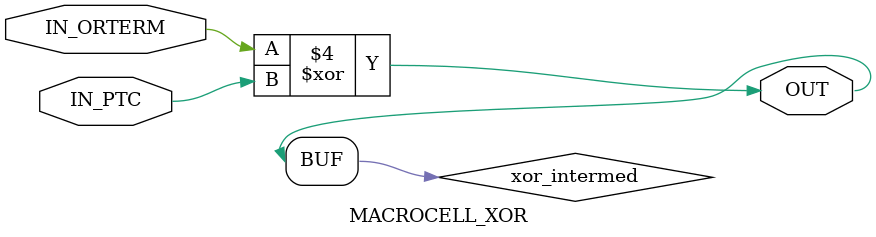
<source format=v>
module IBUF(input I, output O);
    assign O = I;
endmodule

module IOBUFE(input I, input E, output O, inout IO);
    assign O = IO;
    assign IO = E ? I : 1'bz;
endmodule

module ANDTERM(IN, IN_B, OUT);
    parameter TRUE_INP = 0;
    parameter COMP_INP = 0;

    input [TRUE_INP-1:0] IN;
    input [COMP_INP-1:0] IN_B;
    output reg OUT;

    integer i;

    always @(*) begin
        OUT = 1;
        for (i = 0; i < TRUE_INP; i=i+1)
            OUT = OUT & IN[i];
        for (i = 0; i < COMP_INP; i=i+1)
            OUT = OUT & ~IN_B[i];
    end
endmodule

module ORTERM(IN, OUT);
    parameter WIDTH = 0;

    input [WIDTH-1:0] IN;
    output reg OUT;

    integer i;

    always @(*) begin
        OUT = 0;
        for (i = 0; i < WIDTH; i=i+1) begin
            OUT = OUT | IN[i];
        end
    end
endmodule

module MACROCELL_XOR(IN_PTC, IN_ORTERM, OUT);
    parameter INVERT_OUT = 0;

    input IN_PTC;
    input IN_ORTERM;
    output wire OUT;

    wire xor_intermed;

    assign OUT = INVERT_OUT ? ~xor_intermed : xor_intermed;
    assign xor_intermed = IN_ORTERM ^ IN_PTC;
endmodule

</source>
